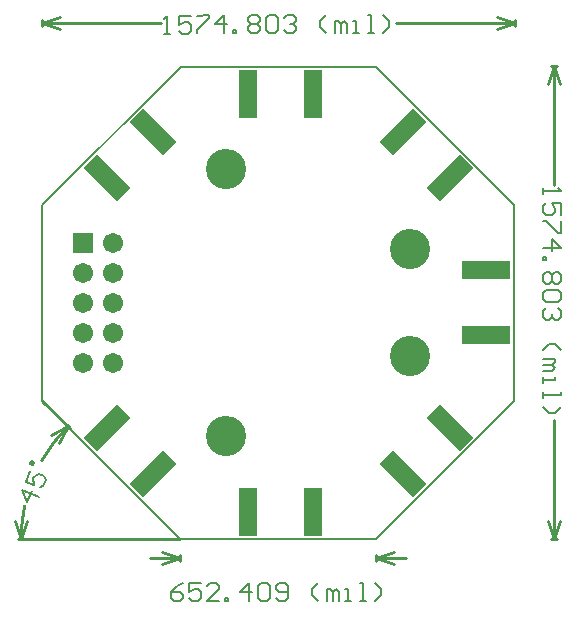
<source format=gbs>
G04 Layer_Color=16711935*
%FSLAX44Y44*%
%MOMM*%
G71*
G01*
G75*
%ADD28C,0.2540*%
%ADD29C,0.1270*%
%ADD30C,0.1524*%
G04:AMPARAMS|DCode=45|XSize=4.05mm|YSize=1.6mm|CornerRadius=0mm|HoleSize=0mm|Usage=FLASHONLY|Rotation=315.000|XOffset=0mm|YOffset=0mm|HoleType=Round|Shape=Rectangle|*
%AMROTATEDRECTD45*
4,1,4,-1.9976,0.8662,-0.8662,1.9976,1.9976,-0.8662,0.8662,-1.9976,-1.9976,0.8662,0.0*
%
%ADD45ROTATEDRECTD45*%

%ADD47R,1.6000X4.0500*%
G04:AMPARAMS|DCode=49|XSize=4.05mm|YSize=1.6mm|CornerRadius=0mm|HoleSize=0mm|Usage=FLASHONLY|Rotation=225.000|XOffset=0mm|YOffset=0mm|HoleType=Round|Shape=Rectangle|*
%AMROTATEDRECTD49*
4,1,4,0.8662,1.9976,1.9976,0.8662,-0.8662,-1.9976,-1.9976,-0.8662,0.8662,1.9976,0.0*
%
%ADD49ROTATEDRECTD49*%

%ADD54R,4.0500X1.6000*%
%ADD59C,3.4032*%
%ADD60C,1.7032*%
%ADD61R,1.7032X1.7032*%
D28*
X1185307Y627934D02*
G03*
X1182381Y599940I131885J-27934D01*
G01*
X1221866Y695326D02*
G03*
X1199881Y666424I95326J-95326D01*
G01*
X1179841Y599939D02*
X1317192Y600000D01*
X1200000Y717192D02*
X1223662Y693530D01*
X1182381Y599940D02*
X1187454Y615182D01*
X1177294Y615177D02*
X1182381Y599940D01*
X1207498Y688142D02*
X1221866Y695326D01*
X1214682Y680957D02*
X1221866Y695326D01*
X1600267Y1039726D02*
X1600269Y1034646D01*
X1200267Y1039582D02*
X1200269Y1034502D01*
X1585030Y1032101D02*
X1600268Y1037186D01*
X1585026Y1042261D02*
X1600268Y1037186D01*
X1200268Y1037042D02*
X1215510Y1031968D01*
X1200268Y1037042D02*
X1215506Y1042128D01*
X1499551Y1037150D02*
X1600268Y1037186D01*
X1200268Y1037042D02*
X1300985Y1037079D01*
X1482829Y581152D02*
Y586232D01*
X1317117Y581152D02*
Y586232D01*
X1482829Y583692D02*
X1498069Y578612D01*
X1482829Y583692D02*
X1498069Y588772D01*
X1301877Y578612D02*
X1317117Y583692D01*
X1301877Y588772D02*
X1317117Y583692D01*
X1482829D02*
X1508229D01*
X1291717D02*
X1317117D01*
X1630940Y600125D02*
X1636020Y600125D01*
X1630934Y1000125D02*
X1636014Y1000125D01*
X1628400Y615365D02*
X1633480Y600125D01*
X1638560Y615365D01*
X1628394Y984885D02*
X1633474Y1000125D01*
X1638554Y984885D01*
X1633479Y700842D02*
X1633480Y600125D01*
X1633474Y1000125D02*
X1633475Y899408D01*
D29*
X1200000Y717192D02*
Y882754D01*
X1317246Y1000000D01*
X1482898D01*
X1600000Y882898D01*
Y717096D02*
Y882898D01*
X1482904Y600000D02*
X1600000Y717096D01*
X1317192Y600000D02*
X1482904D01*
X1200000Y717192D02*
X1317192Y600000D01*
D30*
X1197300Y635613D02*
X1183223Y641440D01*
X1187348Y631488D01*
X1191232Y640872D01*
X1190021Y657863D02*
X1186136Y648478D01*
X1193175Y645565D01*
X1192771Y651228D01*
X1193742Y653574D01*
X1197059Y654949D01*
X1201752Y653007D01*
X1203127Y649689D01*
X1201184Y644997D01*
X1197867Y643622D01*
X1191959Y662557D02*
X1189613Y663528D01*
X1190584Y665874D01*
X1192930Y664903D01*
X1191959Y662557D01*
X1303528Y1027938D02*
X1308606Y1027940D01*
X1306067Y1027939D01*
X1306062Y1043174D01*
X1303523Y1040634D01*
X1326375Y1043181D02*
X1316218Y1043178D01*
X1316221Y1035560D01*
X1321299Y1038101D01*
X1323838Y1038102D01*
X1326378Y1035564D01*
X1326380Y1030485D01*
X1323841Y1027945D01*
X1318763Y1027943D01*
X1316223Y1030482D01*
X1331454Y1043183D02*
X1341610Y1043187D01*
X1341611Y1040648D01*
X1331458Y1030487D01*
X1331459Y1027948D01*
X1354312Y1027956D02*
X1354306Y1043191D01*
X1346691Y1035571D01*
X1356848Y1035575D01*
X1361929Y1027959D02*
X1361928Y1030498D01*
X1364467Y1030499D01*
X1364468Y1027960D01*
X1361929Y1027959D01*
X1374620Y1040659D02*
X1377159Y1043200D01*
X1382237Y1043201D01*
X1384777Y1040663D01*
X1384778Y1038124D01*
X1382240Y1035584D01*
X1384780Y1033046D01*
X1384781Y1030506D01*
X1382242Y1027966D01*
X1377164Y1027964D01*
X1374624Y1030503D01*
X1374623Y1033042D01*
X1377161Y1035582D01*
X1374621Y1038120D01*
X1374620Y1040659D01*
X1377161Y1035582D02*
X1382240Y1035584D01*
X1389855Y1040665D02*
X1392394Y1043205D01*
X1397472Y1043207D01*
X1400012Y1040669D01*
X1400016Y1030512D01*
X1397478Y1027972D01*
X1392399Y1027970D01*
X1389859Y1030508D01*
X1389855Y1040665D01*
X1405091Y1040670D02*
X1407629Y1043211D01*
X1412707Y1043212D01*
X1415247Y1040674D01*
X1415248Y1038135D01*
X1412710Y1035595D01*
X1410171Y1035594D01*
X1412710Y1035595D01*
X1415250Y1033057D01*
X1415251Y1030517D01*
X1412713Y1027977D01*
X1407634Y1027975D01*
X1405094Y1030514D01*
X1440644Y1027987D02*
X1435563Y1033064D01*
X1435562Y1038142D01*
X1440638Y1043222D01*
X1448261Y1027990D02*
X1448257Y1038147D01*
X1450797Y1038148D01*
X1453337Y1035610D01*
X1453340Y1027992D01*
X1453337Y1035610D01*
X1455875Y1038150D01*
X1458415Y1035611D01*
X1458418Y1027994D01*
X1463496Y1027996D02*
X1468575Y1027997D01*
X1466035Y1027997D01*
X1466032Y1038153D01*
X1463493Y1038152D01*
X1476192Y1028000D02*
X1481270Y1028002D01*
X1478731Y1028001D01*
X1478726Y1043236D01*
X1476187Y1043235D01*
X1488888Y1028005D02*
X1493965Y1033085D01*
X1493963Y1038163D01*
X1488882Y1043240D01*
X1319734Y562361D02*
X1314656Y559822D01*
X1309578Y554743D01*
Y549665D01*
X1312117Y547126D01*
X1317195D01*
X1319734Y549665D01*
Y552204D01*
X1317195Y554743D01*
X1309578D01*
X1334970Y562361D02*
X1324813D01*
Y554743D01*
X1329891Y557283D01*
X1332430D01*
X1334970Y554743D01*
Y549665D01*
X1332430Y547126D01*
X1327352D01*
X1324813Y549665D01*
X1350205Y547126D02*
X1340048D01*
X1350205Y557283D01*
Y559822D01*
X1347666Y562361D01*
X1342587D01*
X1340048Y559822D01*
X1355283Y547126D02*
Y549665D01*
X1357822D01*
Y547126D01*
X1355283D01*
X1375596D02*
Y562361D01*
X1367979Y554743D01*
X1378136D01*
X1383214Y559822D02*
X1385753Y562361D01*
X1390831D01*
X1393371Y559822D01*
Y549665D01*
X1390831Y547126D01*
X1385753D01*
X1383214Y549665D01*
Y559822D01*
X1398449Y549665D02*
X1400988Y547126D01*
X1406067D01*
X1408606Y549665D01*
Y559822D01*
X1406067Y562361D01*
X1400988D01*
X1398449Y559822D01*
Y557283D01*
X1400988Y554743D01*
X1408606D01*
X1433997Y547126D02*
X1428919Y552204D01*
Y557283D01*
X1433997Y562361D01*
X1441615Y547126D02*
Y557283D01*
X1444154D01*
X1446693Y554743D01*
Y547126D01*
Y554743D01*
X1449233Y557283D01*
X1451772Y554743D01*
Y547126D01*
X1456850D02*
X1461929D01*
X1459389D01*
Y557283D01*
X1456850D01*
X1469546Y547126D02*
X1474624D01*
X1472085D01*
Y562361D01*
X1469546D01*
X1482242Y547126D02*
X1487320Y552204D01*
Y557283D01*
X1482242Y562361D01*
X1624334Y896868D02*
X1624334Y891790D01*
X1624334Y894329D01*
X1639569Y894329D01*
X1637030Y896868D01*
X1639569Y874016D02*
X1639569Y884172D01*
X1631952Y884172D01*
X1634491Y879094D01*
X1634491Y876555D01*
X1631952Y874016D01*
X1626873Y874016D01*
X1624334Y876555D01*
X1624334Y881633D01*
X1626873Y884172D01*
X1639570Y868937D02*
X1639570Y858781D01*
X1637030Y858781D01*
X1626874Y868937D01*
X1624334Y868937D01*
X1624335Y846085D02*
X1639570Y846085D01*
X1631952Y853702D01*
X1631952Y843545D01*
X1624335Y838467D02*
X1626874Y838467D01*
X1626874Y835928D01*
X1624335Y835928D01*
X1624335Y838467D01*
X1637031Y825771D02*
X1639570Y823232D01*
X1639570Y818154D01*
X1637031Y815614D01*
X1634492Y815614D01*
X1631953Y818154D01*
X1629414Y815614D01*
X1626874Y815614D01*
X1624335Y818154D01*
X1624335Y823232D01*
X1626874Y825771D01*
X1629413Y825771D01*
X1631953Y823232D01*
X1634492Y825771D01*
X1637031Y825771D01*
X1631953Y823232D02*
X1631953Y818154D01*
X1637031Y810536D02*
X1639570Y807997D01*
X1639570Y802919D01*
X1637031Y800379D01*
X1626875Y800379D01*
X1624335Y802918D01*
X1624335Y807997D01*
X1626875Y810536D01*
X1637031Y810536D01*
X1637031Y795301D02*
X1639571Y792762D01*
X1639571Y787684D01*
X1637032Y785144D01*
X1634492Y785144D01*
X1631953Y787683D01*
X1631953Y790223D01*
X1631953Y787683D01*
X1629414Y785144D01*
X1626875Y785144D01*
X1624336Y787683D01*
X1624336Y792762D01*
X1626875Y795301D01*
X1624336Y759752D02*
X1629414Y764831D01*
X1634493Y764831D01*
X1639571Y759753D01*
X1624336Y752135D02*
X1634493Y752135D01*
X1634493Y749596D01*
X1631954Y747057D01*
X1624336Y747057D01*
X1631954Y747057D01*
X1634493Y744518D01*
X1631954Y741978D01*
X1624336Y741978D01*
X1624336Y736900D02*
X1624337Y731822D01*
X1624337Y734361D01*
X1634493Y734361D01*
X1634493Y736900D01*
X1624337Y724204D02*
X1624337Y719126D01*
X1624337Y721665D01*
X1639572Y721665D01*
X1639572Y724204D01*
X1624337Y711508D02*
X1629415Y706430D01*
X1634494Y706430D01*
X1639572Y711508D01*
D45*
X1254940Y905780D02*
D03*
X1294114Y944954D02*
D03*
X1545155Y694166D02*
D03*
X1505982Y654993D02*
D03*
D47*
X1374380Y977114D02*
D03*
X1429780D02*
D03*
Y622578D02*
D03*
X1374380D02*
D03*
D49*
X1505982Y944954D02*
D03*
X1545155Y905780D02*
D03*
X1294368Y654738D02*
D03*
X1255194Y693912D02*
D03*
D54*
X1576300Y827700D02*
D03*
Y772300D02*
D03*
D59*
X1355344Y913384D02*
D03*
Y686816D02*
D03*
X1511554Y845566D02*
D03*
Y754634D02*
D03*
D60*
X1260400Y749200D02*
D03*
X1235000D02*
D03*
X1260400Y774600D02*
D03*
X1235000D02*
D03*
X1260400Y800000D02*
D03*
X1235000D02*
D03*
X1260400Y825400D02*
D03*
X1235000D02*
D03*
X1260400Y850800D02*
D03*
D61*
X1235000D02*
D03*
M02*

</source>
